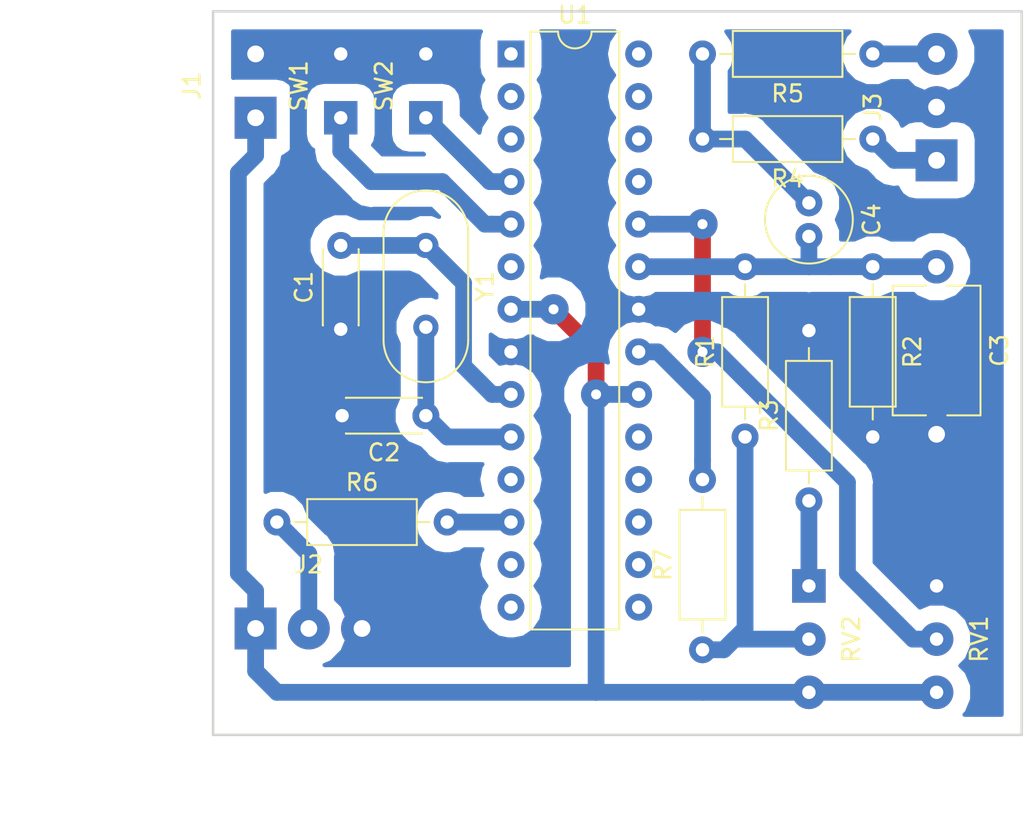
<source format=kicad_pcb>
(kicad_pcb (version 20171130) (host pcbnew 5.0.2-bee76a0~70~ubuntu16.04.1)

  (general
    (thickness 1.6)
    (drawings 6)
    (tracks 109)
    (zones 0)
    (modules 20)
    (nets 33)
  )

  (page A4)
  (layers
    (0 F.Cu signal)
    (31 B.Cu signal)
    (32 B.Adhes user)
    (33 F.Adhes user)
    (34 B.Paste user)
    (35 F.Paste user)
    (36 B.SilkS user)
    (37 F.SilkS user)
    (38 B.Mask user)
    (39 F.Mask user)
    (40 Dwgs.User user)
    (41 Cmts.User user)
    (42 Eco1.User user)
    (43 Eco2.User user)
    (44 Edge.Cuts user)
    (45 Margin user)
    (46 B.CrtYd user)
    (47 F.CrtYd user)
    (48 B.Fab user)
    (49 F.Fab user)
  )

  (setup
    (last_trace_width 1)
    (trace_clearance 1)
    (zone_clearance 1)
    (zone_45_only no)
    (trace_min 0.2)
    (segment_width 0.2)
    (edge_width 0.15)
    (via_size 0.8)
    (via_drill 0.4)
    (via_min_size 0.4)
    (via_min_drill 0.3)
    (uvia_size 0.3)
    (uvia_drill 0.1)
    (uvias_allowed no)
    (uvia_min_size 0.2)
    (uvia_min_drill 0.1)
    (pcb_text_width 0.3)
    (pcb_text_size 1.5 1.5)
    (mod_edge_width 0.15)
    (mod_text_size 1 1)
    (mod_text_width 0.15)
    (pad_size 1.524 1.524)
    (pad_drill 0.762)
    (pad_to_mask_clearance 0.051)
    (solder_mask_min_width 0.25)
    (aux_axis_origin 0 0)
    (visible_elements FFFFFF7F)
    (pcbplotparams
      (layerselection 0x010fc_ffffffff)
      (usegerberextensions false)
      (usegerberattributes false)
      (usegerberadvancedattributes false)
      (creategerberjobfile false)
      (excludeedgelayer true)
      (linewidth 0.100000)
      (plotframeref false)
      (viasonmask false)
      (mode 1)
      (useauxorigin false)
      (hpglpennumber 1)
      (hpglpenspeed 20)
      (hpglpendiameter 15.000000)
      (psnegative false)
      (psa4output false)
      (plotreference true)
      (plotvalue true)
      (plotinvisibletext false)
      (padsonsilk false)
      (subtractmaskfromsilk false)
      (outputformat 1)
      (mirror false)
      (drillshape 1)
      (scaleselection 1)
      (outputdirectory ""))
  )

  (net 0 "")
  (net 1 "Net-(U1-Pad1)")
  (net 2 "Net-(U1-Pad15)")
  (net 3 "Net-(U1-Pad2)")
  (net 4 "Net-(U1-Pad16)")
  (net 5 "Net-(U1-Pad3)")
  (net 6 "Net-(U1-Pad17)")
  (net 7 "Net-(SW2-Pad1)")
  (net 8 "Net-(U1-Pad18)")
  (net 9 "Net-(SW1-Pad1)")
  (net 10 "Net-(U1-Pad19)")
  (net 11 "Net-(U1-Pad6)")
  (net 12 "Net-(J1-Pad1)")
  (net 13 "Net-(C1-Pad1)")
  (net 14 "Net-(C1-Pad2)")
  (net 15 "Net-(C3-Pad1)")
  (net 16 "Net-(C2-Pad1)")
  (net 17 "Net-(RV1-Pad2)")
  (net 18 "Net-(U1-Pad11)")
  (net 19 "Net-(U1-Pad25)")
  (net 20 "Net-(J2-Pad2)")
  (net 21 "Net-(U1-Pad26)")
  (net 22 "Net-(U1-Pad13)")
  (net 23 "Net-(U1-Pad27)")
  (net 24 "Net-(U1-Pad14)")
  (net 25 "Net-(U1-Pad28)")
  (net 26 "Net-(C4-Pad1)")
  (net 27 "Net-(J3-Pad3)")
  (net 28 "Net-(J3-Pad1)")
  (net 29 "Net-(R1-Pad1)")
  (net 30 "Net-(R3-Pad1)")
  (net 31 "Net-(R6-Pad2)")
  (net 32 "Net-(R7-Pad2)")

  (net_class Default "This is the default net class."
    (clearance 1)
    (trace_width 1)
    (via_dia 0.8)
    (via_drill 0.4)
    (uvia_dia 0.3)
    (uvia_drill 0.1)
    (add_net "Net-(C1-Pad1)")
    (add_net "Net-(C1-Pad2)")
    (add_net "Net-(C2-Pad1)")
    (add_net "Net-(C3-Pad1)")
    (add_net "Net-(C4-Pad1)")
    (add_net "Net-(J1-Pad1)")
    (add_net "Net-(J2-Pad2)")
    (add_net "Net-(J3-Pad1)")
    (add_net "Net-(J3-Pad3)")
    (add_net "Net-(R1-Pad1)")
    (add_net "Net-(R3-Pad1)")
    (add_net "Net-(R6-Pad2)")
    (add_net "Net-(R7-Pad2)")
    (add_net "Net-(RV1-Pad2)")
    (add_net "Net-(SW1-Pad1)")
    (add_net "Net-(SW2-Pad1)")
    (add_net "Net-(U1-Pad1)")
    (add_net "Net-(U1-Pad11)")
    (add_net "Net-(U1-Pad13)")
    (add_net "Net-(U1-Pad14)")
    (add_net "Net-(U1-Pad15)")
    (add_net "Net-(U1-Pad16)")
    (add_net "Net-(U1-Pad17)")
    (add_net "Net-(U1-Pad18)")
    (add_net "Net-(U1-Pad19)")
    (add_net "Net-(U1-Pad2)")
    (add_net "Net-(U1-Pad25)")
    (add_net "Net-(U1-Pad26)")
    (add_net "Net-(U1-Pad27)")
    (add_net "Net-(U1-Pad28)")
    (add_net "Net-(U1-Pad3)")
    (add_net "Net-(U1-Pad6)")
  )

  (module Resistor_THT:R_Axial_DIN0207_L6.3mm_D2.5mm_P10.16mm_Horizontal (layer F.Cu) (tedit 5AE5139B) (tstamp 5C23391A)
    (at 77.47 68.58 90)
    (descr "Resistor, Axial_DIN0207 series, Axial, Horizontal, pin pitch=10.16mm, 0.25W = 1/4W, length*diameter=6.3*2.5mm^2, http://cdn-reichelt.de/documents/datenblatt/B400/1_4W%23YAG.pdf")
    (tags "Resistor Axial_DIN0207 series Axial Horizontal pin pitch 10.16mm 0.25W = 1/4W length 6.3mm diameter 2.5mm")
    (path /5C16A2B9)
    (fp_text reference R7 (at 5.08 -2.37 90) (layer F.SilkS)
      (effects (font (size 1 1) (thickness 0.15)))
    )
    (fp_text value 2k (at 5.08 2.37 90) (layer F.Fab)
      (effects (font (size 1 1) (thickness 0.15)))
    )
    (fp_line (start 1.93 -1.25) (end 1.93 1.25) (layer F.Fab) (width 0.1))
    (fp_line (start 1.93 1.25) (end 8.23 1.25) (layer F.Fab) (width 0.1))
    (fp_line (start 8.23 1.25) (end 8.23 -1.25) (layer F.Fab) (width 0.1))
    (fp_line (start 8.23 -1.25) (end 1.93 -1.25) (layer F.Fab) (width 0.1))
    (fp_line (start 0 0) (end 1.93 0) (layer F.Fab) (width 0.1))
    (fp_line (start 10.16 0) (end 8.23 0) (layer F.Fab) (width 0.1))
    (fp_line (start 1.81 -1.37) (end 1.81 1.37) (layer F.SilkS) (width 0.12))
    (fp_line (start 1.81 1.37) (end 8.35 1.37) (layer F.SilkS) (width 0.12))
    (fp_line (start 8.35 1.37) (end 8.35 -1.37) (layer F.SilkS) (width 0.12))
    (fp_line (start 8.35 -1.37) (end 1.81 -1.37) (layer F.SilkS) (width 0.12))
    (fp_line (start 1.04 0) (end 1.81 0) (layer F.SilkS) (width 0.12))
    (fp_line (start 9.12 0) (end 8.35 0) (layer F.SilkS) (width 0.12))
    (fp_line (start -1.05 -1.5) (end -1.05 1.5) (layer F.CrtYd) (width 0.05))
    (fp_line (start -1.05 1.5) (end 11.21 1.5) (layer F.CrtYd) (width 0.05))
    (fp_line (start 11.21 1.5) (end 11.21 -1.5) (layer F.CrtYd) (width 0.05))
    (fp_line (start 11.21 -1.5) (end -1.05 -1.5) (layer F.CrtYd) (width 0.05))
    (fp_text user %R (at 5.08 0 90) (layer F.Fab)
      (effects (font (size 1 1) (thickness 0.15)))
    )
    (pad 1 thru_hole circle (at 0 0 90) (size 1.6 1.6) (drill 0.8) (layers *.Cu *.Mask)
      (net 29 "Net-(R1-Pad1)"))
    (pad 2 thru_hole oval (at 10.16 0 90) (size 1.6 1.6) (drill 0.8) (layers *.Cu *.Mask)
      (net 32 "Net-(R7-Pad2)"))
    (model ${KISYS3DMOD}/Resistor_THT.3dshapes/R_Axial_DIN0207_L6.3mm_D2.5mm_P10.16mm_Horizontal.wrl
      (at (xyz 0 0 0))
      (scale (xyz 1 1 1))
      (rotate (xyz 0 0 0))
    )
  )

  (module Capacitor_THT:C_Disc_D7.5mm_W5.0mm_P10.00mm (layer F.Cu) (tedit 5AE50EF0) (tstamp 5C22922A)
    (at 91.44 45.72 270)
    (descr "C, Disc series, Radial, pin pitch=10.00mm, , diameter*width=7.5*5.0mm^2, Capacitor, http://www.vishay.com/docs/28535/vy2series.pdf")
    (tags "C Disc series Radial pin pitch 10.00mm  diameter 7.5mm width 5.0mm Capacitor")
    (path /5C142A1B)
    (fp_text reference C3 (at 5 -3.75 270) (layer F.SilkS)
      (effects (font (size 1 1) (thickness 0.15)))
    )
    (fp_text value 0,1uF (at 5 3.75 270) (layer F.Fab)
      (effects (font (size 1 1) (thickness 0.15)))
    )
    (fp_line (start 1.25 -2.5) (end 1.25 2.5) (layer F.Fab) (width 0.1))
    (fp_line (start 1.25 2.5) (end 8.75 2.5) (layer F.Fab) (width 0.1))
    (fp_line (start 8.75 2.5) (end 8.75 -2.5) (layer F.Fab) (width 0.1))
    (fp_line (start 8.75 -2.5) (end 1.25 -2.5) (layer F.Fab) (width 0.1))
    (fp_line (start 1.13 -2.62) (end 8.87 -2.62) (layer F.SilkS) (width 0.12))
    (fp_line (start 1.13 2.62) (end 8.87 2.62) (layer F.SilkS) (width 0.12))
    (fp_line (start 1.13 -2.62) (end 1.13 -0.636) (layer F.SilkS) (width 0.12))
    (fp_line (start 1.13 0.636) (end 1.13 2.62) (layer F.SilkS) (width 0.12))
    (fp_line (start 8.87 -2.62) (end 8.87 -0.636) (layer F.SilkS) (width 0.12))
    (fp_line (start 8.87 0.636) (end 8.87 2.62) (layer F.SilkS) (width 0.12))
    (fp_line (start -1.25 -2.75) (end -1.25 2.75) (layer F.CrtYd) (width 0.05))
    (fp_line (start -1.25 2.75) (end 11.25 2.75) (layer F.CrtYd) (width 0.05))
    (fp_line (start 11.25 2.75) (end 11.25 -2.75) (layer F.CrtYd) (width 0.05))
    (fp_line (start 11.25 -2.75) (end -1.25 -2.75) (layer F.CrtYd) (width 0.05))
    (fp_text user %R (at 5 0 270) (layer F.Fab)
      (effects (font (size 1 1) (thickness 0.15)))
    )
    (pad 1 thru_hole circle (at 0 0 270) (size 2 2) (drill 1) (layers *.Cu *.Mask)
      (net 15 "Net-(C3-Pad1)"))
    (pad 2 thru_hole circle (at 10 0 270) (size 2 2) (drill 1) (layers *.Cu *.Mask)
      (net 13 "Net-(C1-Pad1)"))
    (model ${KISYS3DMOD}/Capacitor_THT.3dshapes/C_Disc_D7.5mm_W5.0mm_P10.00mm.wrl
      (at (xyz 0 0 0))
      (scale (xyz 1 1 1))
      (rotate (xyz 0 0 0))
    )
  )

  (module Connector_Wire:SolderWirePad_1x02_P3.81mm_Drill1mm (layer F.Cu) (tedit 5AEE5F04) (tstamp 5C2DDA16)
    (at 50.8 36.83 90)
    (descr "Wire solder connection")
    (tags connector)
    (path /5C15BC04)
    (attr virtual)
    (fp_text reference J1 (at 1.905 -3.81 90) (layer F.SilkS)
      (effects (font (size 1 1) (thickness 0.15)))
    )
    (fp_text value 5V (at 1.905 3.81 90) (layer F.Fab)
      (effects (font (size 1 1) (thickness 0.15)))
    )
    (fp_text user %R (at 1.905 0 90) (layer F.Fab)
      (effects (font (size 1 1) (thickness 0.15)))
    )
    (fp_line (start -1.74 -1.75) (end 5.56 -1.75) (layer F.CrtYd) (width 0.05))
    (fp_line (start -1.74 -1.75) (end -1.74 1.75) (layer F.CrtYd) (width 0.05))
    (fp_line (start 5.56 1.75) (end 5.56 -1.75) (layer F.CrtYd) (width 0.05))
    (fp_line (start 5.56 1.75) (end -1.74 1.75) (layer F.CrtYd) (width 0.05))
    (pad 1 thru_hole rect (at 0 0 90) (size 2.49936 2.49936) (drill 1.00076) (layers *.Cu *.Mask)
      (net 12 "Net-(J1-Pad1)"))
    (pad 2 thru_hole circle (at 3.81 0 90) (size 2.49936 2.49936) (drill 1.00076) (layers *.Cu *.Mask)
      (net 13 "Net-(C1-Pad1)"))
  )

  (module Connector_Wire:SolderWirePad_1x03_P3.175mm_Drill1mm (layer F.Cu) (tedit 5AEE5F67) (tstamp 5C2DD8DC)
    (at 50.8 67.31)
    (descr "Wire solder connection")
    (tags connector)
    (path /5C15848B)
    (attr virtual)
    (fp_text reference J2 (at 3.175 -3.81) (layer F.SilkS)
      (effects (font (size 1 1) (thickness 0.15)))
    )
    (fp_text value WS2812 (at 3.175 3.175) (layer F.Fab)
      (effects (font (size 1 1) (thickness 0.15)))
    )
    (fp_text user %R (at 3.175 0) (layer F.Fab)
      (effects (font (size 1 1) (thickness 0.15)))
    )
    (fp_line (start -1.74 -1.75) (end 8.1 -1.75) (layer F.CrtYd) (width 0.05))
    (fp_line (start -1.74 -1.75) (end -1.74 1.75) (layer F.CrtYd) (width 0.05))
    (fp_line (start 8.1 1.75) (end 8.1 -1.75) (layer F.CrtYd) (width 0.05))
    (fp_line (start 8.1 1.75) (end -1.74 1.75) (layer F.CrtYd) (width 0.05))
    (pad 1 thru_hole rect (at 0 0) (size 2.49936 2.49936) (drill 1.00076) (layers *.Cu *.Mask)
      (net 12 "Net-(J1-Pad1)"))
    (pad 2 thru_hole circle (at 3.175 0) (size 2.49936 2.49936) (drill 1.00076) (layers *.Cu *.Mask)
      (net 20 "Net-(J2-Pad2)"))
    (pad 3 thru_hole circle (at 6.35 0) (size 2.49936 2.49936) (drill 1.00076) (layers *.Cu *.Mask)
      (net 13 "Net-(C1-Pad1)"))
  )

  (module Resistor_THT:R_Axial_DIN0207_L6.3mm_D2.5mm_P10.16mm_Horizontal (layer F.Cu) (tedit 5AE5139B) (tstamp 5C2DD067)
    (at 52.07 60.96)
    (descr "Resistor, Axial_DIN0207 series, Axial, Horizontal, pin pitch=10.16mm, 0.25W = 1/4W, length*diameter=6.3*2.5mm^2, http://cdn-reichelt.de/documents/datenblatt/B400/1_4W%23YAG.pdf")
    (tags "Resistor Axial_DIN0207 series Axial Horizontal pin pitch 10.16mm 0.25W = 1/4W length 6.3mm diameter 2.5mm")
    (path /5C14FEE7)
    (fp_text reference R6 (at 5.08 -2.37) (layer F.SilkS)
      (effects (font (size 1 1) (thickness 0.15)))
    )
    (fp_text value 220 (at 5.08 2.37) (layer F.Fab)
      (effects (font (size 1 1) (thickness 0.15)))
    )
    (fp_text user %R (at 5.08 0) (layer F.Fab)
      (effects (font (size 1 1) (thickness 0.15)))
    )
    (fp_line (start 11.21 -1.5) (end -1.05 -1.5) (layer F.CrtYd) (width 0.05))
    (fp_line (start 11.21 1.5) (end 11.21 -1.5) (layer F.CrtYd) (width 0.05))
    (fp_line (start -1.05 1.5) (end 11.21 1.5) (layer F.CrtYd) (width 0.05))
    (fp_line (start -1.05 -1.5) (end -1.05 1.5) (layer F.CrtYd) (width 0.05))
    (fp_line (start 9.12 0) (end 8.35 0) (layer F.SilkS) (width 0.12))
    (fp_line (start 1.04 0) (end 1.81 0) (layer F.SilkS) (width 0.12))
    (fp_line (start 8.35 -1.37) (end 1.81 -1.37) (layer F.SilkS) (width 0.12))
    (fp_line (start 8.35 1.37) (end 8.35 -1.37) (layer F.SilkS) (width 0.12))
    (fp_line (start 1.81 1.37) (end 8.35 1.37) (layer F.SilkS) (width 0.12))
    (fp_line (start 1.81 -1.37) (end 1.81 1.37) (layer F.SilkS) (width 0.12))
    (fp_line (start 10.16 0) (end 8.23 0) (layer F.Fab) (width 0.1))
    (fp_line (start 0 0) (end 1.93 0) (layer F.Fab) (width 0.1))
    (fp_line (start 8.23 -1.25) (end 1.93 -1.25) (layer F.Fab) (width 0.1))
    (fp_line (start 8.23 1.25) (end 8.23 -1.25) (layer F.Fab) (width 0.1))
    (fp_line (start 1.93 1.25) (end 8.23 1.25) (layer F.Fab) (width 0.1))
    (fp_line (start 1.93 -1.25) (end 1.93 1.25) (layer F.Fab) (width 0.1))
    (pad 2 thru_hole oval (at 10.16 0) (size 1.6 1.6) (drill 0.8) (layers *.Cu *.Mask)
      (net 31 "Net-(R6-Pad2)"))
    (pad 1 thru_hole circle (at 0 0) (size 1.6 1.6) (drill 0.8) (layers *.Cu *.Mask)
      (net 20 "Net-(J2-Pad2)"))
    (model ${KISYS3DMOD}/Resistor_THT.3dshapes/R_Axial_DIN0207_L6.3mm_D2.5mm_P10.16mm_Horizontal.wrl
      (at (xyz 0 0 0))
      (scale (xyz 1 1 1))
      (rotate (xyz 0 0 0))
    )
  )

  (module Resistor_THT:R_Axial_DIN0207_L6.3mm_D2.5mm_P10.16mm_Horizontal (layer F.Cu) (tedit 5AE5139B) (tstamp 5C2DD051)
    (at 80.01 55.88 90)
    (descr "Resistor, Axial_DIN0207 series, Axial, Horizontal, pin pitch=10.16mm, 0.25W = 1/4W, length*diameter=6.3*2.5mm^2, http://cdn-reichelt.de/documents/datenblatt/B400/1_4W%23YAG.pdf")
    (tags "Resistor Axial_DIN0207 series Axial Horizontal pin pitch 10.16mm 0.25W = 1/4W length 6.3mm diameter 2.5mm")
    (path /5C142CB7)
    (fp_text reference R1 (at 5.08 -2.37 90) (layer F.SilkS)
      (effects (font (size 1 1) (thickness 0.15)))
    )
    (fp_text value 100k (at 5.08 2.37 90) (layer F.Fab)
      (effects (font (size 1 1) (thickness 0.15)))
    )
    (fp_line (start 1.93 -1.25) (end 1.93 1.25) (layer F.Fab) (width 0.1))
    (fp_line (start 1.93 1.25) (end 8.23 1.25) (layer F.Fab) (width 0.1))
    (fp_line (start 8.23 1.25) (end 8.23 -1.25) (layer F.Fab) (width 0.1))
    (fp_line (start 8.23 -1.25) (end 1.93 -1.25) (layer F.Fab) (width 0.1))
    (fp_line (start 0 0) (end 1.93 0) (layer F.Fab) (width 0.1))
    (fp_line (start 10.16 0) (end 8.23 0) (layer F.Fab) (width 0.1))
    (fp_line (start 1.81 -1.37) (end 1.81 1.37) (layer F.SilkS) (width 0.12))
    (fp_line (start 1.81 1.37) (end 8.35 1.37) (layer F.SilkS) (width 0.12))
    (fp_line (start 8.35 1.37) (end 8.35 -1.37) (layer F.SilkS) (width 0.12))
    (fp_line (start 8.35 -1.37) (end 1.81 -1.37) (layer F.SilkS) (width 0.12))
    (fp_line (start 1.04 0) (end 1.81 0) (layer F.SilkS) (width 0.12))
    (fp_line (start 9.12 0) (end 8.35 0) (layer F.SilkS) (width 0.12))
    (fp_line (start -1.05 -1.5) (end -1.05 1.5) (layer F.CrtYd) (width 0.05))
    (fp_line (start -1.05 1.5) (end 11.21 1.5) (layer F.CrtYd) (width 0.05))
    (fp_line (start 11.21 1.5) (end 11.21 -1.5) (layer F.CrtYd) (width 0.05))
    (fp_line (start 11.21 -1.5) (end -1.05 -1.5) (layer F.CrtYd) (width 0.05))
    (fp_text user %R (at 5.08 0 90) (layer F.Fab)
      (effects (font (size 1 1) (thickness 0.15)))
    )
    (pad 1 thru_hole circle (at 0 0 90) (size 1.6 1.6) (drill 0.8) (layers *.Cu *.Mask)
      (net 29 "Net-(R1-Pad1)"))
    (pad 2 thru_hole oval (at 10.16 0 90) (size 1.6 1.6) (drill 0.8) (layers *.Cu *.Mask)
      (net 15 "Net-(C3-Pad1)"))
    (model ${KISYS3DMOD}/Resistor_THT.3dshapes/R_Axial_DIN0207_L6.3mm_D2.5mm_P10.16mm_Horizontal.wrl
      (at (xyz 0 0 0))
      (scale (xyz 1 1 1))
      (rotate (xyz 0 0 0))
    )
  )

  (module Resistor_THT:R_Axial_DIN0207_L6.3mm_D2.5mm_P10.16mm_Horizontal (layer F.Cu) (tedit 5AE5139B) (tstamp 5C2DD03B)
    (at 87.63 45.72 270)
    (descr "Resistor, Axial_DIN0207 series, Axial, Horizontal, pin pitch=10.16mm, 0.25W = 1/4W, length*diameter=6.3*2.5mm^2, http://cdn-reichelt.de/documents/datenblatt/B400/1_4W%23YAG.pdf")
    (tags "Resistor Axial_DIN0207 series Axial Horizontal pin pitch 10.16mm 0.25W = 1/4W length 6.3mm diameter 2.5mm")
    (path /5C142B81)
    (fp_text reference R2 (at 5.08 -2.37 270) (layer F.SilkS)
      (effects (font (size 1 1) (thickness 0.15)))
    )
    (fp_text value 100k (at 5.08 2.37 270) (layer F.Fab)
      (effects (font (size 1 1) (thickness 0.15)))
    )
    (fp_text user %R (at 5.08 0 270) (layer F.Fab)
      (effects (font (size 1 1) (thickness 0.15)))
    )
    (fp_line (start 11.21 -1.5) (end -1.05 -1.5) (layer F.CrtYd) (width 0.05))
    (fp_line (start 11.21 1.5) (end 11.21 -1.5) (layer F.CrtYd) (width 0.05))
    (fp_line (start -1.05 1.5) (end 11.21 1.5) (layer F.CrtYd) (width 0.05))
    (fp_line (start -1.05 -1.5) (end -1.05 1.5) (layer F.CrtYd) (width 0.05))
    (fp_line (start 9.12 0) (end 8.35 0) (layer F.SilkS) (width 0.12))
    (fp_line (start 1.04 0) (end 1.81 0) (layer F.SilkS) (width 0.12))
    (fp_line (start 8.35 -1.37) (end 1.81 -1.37) (layer F.SilkS) (width 0.12))
    (fp_line (start 8.35 1.37) (end 8.35 -1.37) (layer F.SilkS) (width 0.12))
    (fp_line (start 1.81 1.37) (end 8.35 1.37) (layer F.SilkS) (width 0.12))
    (fp_line (start 1.81 -1.37) (end 1.81 1.37) (layer F.SilkS) (width 0.12))
    (fp_line (start 10.16 0) (end 8.23 0) (layer F.Fab) (width 0.1))
    (fp_line (start 0 0) (end 1.93 0) (layer F.Fab) (width 0.1))
    (fp_line (start 8.23 -1.25) (end 1.93 -1.25) (layer F.Fab) (width 0.1))
    (fp_line (start 8.23 1.25) (end 8.23 -1.25) (layer F.Fab) (width 0.1))
    (fp_line (start 1.93 1.25) (end 8.23 1.25) (layer F.Fab) (width 0.1))
    (fp_line (start 1.93 -1.25) (end 1.93 1.25) (layer F.Fab) (width 0.1))
    (pad 2 thru_hole oval (at 10.16 0 270) (size 1.6 1.6) (drill 0.8) (layers *.Cu *.Mask)
      (net 13 "Net-(C1-Pad1)"))
    (pad 1 thru_hole circle (at 0 0 270) (size 1.6 1.6) (drill 0.8) (layers *.Cu *.Mask)
      (net 15 "Net-(C3-Pad1)"))
    (model ${KISYS3DMOD}/Resistor_THT.3dshapes/R_Axial_DIN0207_L6.3mm_D2.5mm_P10.16mm_Horizontal.wrl
      (at (xyz 0 0 0))
      (scale (xyz 1 1 1))
      (rotate (xyz 0 0 0))
    )
  )

  (module Resistor_THT:R_Axial_DIN0207_L6.3mm_D2.5mm_P10.16mm_Horizontal (layer F.Cu) (tedit 5AE5139B) (tstamp 5C2DD025)
    (at 83.82 59.69 90)
    (descr "Resistor, Axial_DIN0207 series, Axial, Horizontal, pin pitch=10.16mm, 0.25W = 1/4W, length*diameter=6.3*2.5mm^2, http://cdn-reichelt.de/documents/datenblatt/B400/1_4W%23YAG.pdf")
    (tags "Resistor Axial_DIN0207 series Axial Horizontal pin pitch 10.16mm 0.25W = 1/4W length 6.3mm diameter 2.5mm")
    (path /5C149033)
    (fp_text reference R3 (at 5.08 -2.37 90) (layer F.SilkS)
      (effects (font (size 1 1) (thickness 0.15)))
    )
    (fp_text value 2k (at 5.08 2.37 90) (layer F.Fab)
      (effects (font (size 1 1) (thickness 0.15)))
    )
    (fp_line (start 1.93 -1.25) (end 1.93 1.25) (layer F.Fab) (width 0.1))
    (fp_line (start 1.93 1.25) (end 8.23 1.25) (layer F.Fab) (width 0.1))
    (fp_line (start 8.23 1.25) (end 8.23 -1.25) (layer F.Fab) (width 0.1))
    (fp_line (start 8.23 -1.25) (end 1.93 -1.25) (layer F.Fab) (width 0.1))
    (fp_line (start 0 0) (end 1.93 0) (layer F.Fab) (width 0.1))
    (fp_line (start 10.16 0) (end 8.23 0) (layer F.Fab) (width 0.1))
    (fp_line (start 1.81 -1.37) (end 1.81 1.37) (layer F.SilkS) (width 0.12))
    (fp_line (start 1.81 1.37) (end 8.35 1.37) (layer F.SilkS) (width 0.12))
    (fp_line (start 8.35 1.37) (end 8.35 -1.37) (layer F.SilkS) (width 0.12))
    (fp_line (start 8.35 -1.37) (end 1.81 -1.37) (layer F.SilkS) (width 0.12))
    (fp_line (start 1.04 0) (end 1.81 0) (layer F.SilkS) (width 0.12))
    (fp_line (start 9.12 0) (end 8.35 0) (layer F.SilkS) (width 0.12))
    (fp_line (start -1.05 -1.5) (end -1.05 1.5) (layer F.CrtYd) (width 0.05))
    (fp_line (start -1.05 1.5) (end 11.21 1.5) (layer F.CrtYd) (width 0.05))
    (fp_line (start 11.21 1.5) (end 11.21 -1.5) (layer F.CrtYd) (width 0.05))
    (fp_line (start 11.21 -1.5) (end -1.05 -1.5) (layer F.CrtYd) (width 0.05))
    (fp_text user %R (at 5.08 0 90) (layer F.Fab)
      (effects (font (size 1 1) (thickness 0.15)))
    )
    (pad 1 thru_hole circle (at 0 0 90) (size 1.6 1.6) (drill 0.8) (layers *.Cu *.Mask)
      (net 30 "Net-(R3-Pad1)"))
    (pad 2 thru_hole oval (at 10.16 0 90) (size 1.6 1.6) (drill 0.8) (layers *.Cu *.Mask)
      (net 13 "Net-(C1-Pad1)"))
    (model ${KISYS3DMOD}/Resistor_THT.3dshapes/R_Axial_DIN0207_L6.3mm_D2.5mm_P10.16mm_Horizontal.wrl
      (at (xyz 0 0 0))
      (scale (xyz 1 1 1))
      (rotate (xyz 0 0 0))
    )
  )

  (module Resistor_THT:R_Axial_DIN0207_L6.3mm_D2.5mm_P10.16mm_Horizontal (layer F.Cu) (tedit 5AE5139B) (tstamp 5C2DD00F)
    (at 87.63 38.1 180)
    (descr "Resistor, Axial_DIN0207 series, Axial, Horizontal, pin pitch=10.16mm, 0.25W = 1/4W, length*diameter=6.3*2.5mm^2, http://cdn-reichelt.de/documents/datenblatt/B400/1_4W%23YAG.pdf")
    (tags "Resistor Axial_DIN0207 series Axial Horizontal pin pitch 10.16mm 0.25W = 1/4W length 6.3mm diameter 2.5mm")
    (path /5C14B333)
    (fp_text reference R4 (at 5.08 -2.37 180) (layer F.SilkS)
      (effects (font (size 1 1) (thickness 0.15)))
    )
    (fp_text value 2k (at 5.08 2.37 180) (layer F.Fab)
      (effects (font (size 1 1) (thickness 0.15)))
    )
    (fp_text user %R (at 5.08 0 180) (layer F.Fab)
      (effects (font (size 1 1) (thickness 0.15)))
    )
    (fp_line (start 11.21 -1.5) (end -1.05 -1.5) (layer F.CrtYd) (width 0.05))
    (fp_line (start 11.21 1.5) (end 11.21 -1.5) (layer F.CrtYd) (width 0.05))
    (fp_line (start -1.05 1.5) (end 11.21 1.5) (layer F.CrtYd) (width 0.05))
    (fp_line (start -1.05 -1.5) (end -1.05 1.5) (layer F.CrtYd) (width 0.05))
    (fp_line (start 9.12 0) (end 8.35 0) (layer F.SilkS) (width 0.12))
    (fp_line (start 1.04 0) (end 1.81 0) (layer F.SilkS) (width 0.12))
    (fp_line (start 8.35 -1.37) (end 1.81 -1.37) (layer F.SilkS) (width 0.12))
    (fp_line (start 8.35 1.37) (end 8.35 -1.37) (layer F.SilkS) (width 0.12))
    (fp_line (start 1.81 1.37) (end 8.35 1.37) (layer F.SilkS) (width 0.12))
    (fp_line (start 1.81 -1.37) (end 1.81 1.37) (layer F.SilkS) (width 0.12))
    (fp_line (start 10.16 0) (end 8.23 0) (layer F.Fab) (width 0.1))
    (fp_line (start 0 0) (end 1.93 0) (layer F.Fab) (width 0.1))
    (fp_line (start 8.23 -1.25) (end 1.93 -1.25) (layer F.Fab) (width 0.1))
    (fp_line (start 8.23 1.25) (end 8.23 -1.25) (layer F.Fab) (width 0.1))
    (fp_line (start 1.93 1.25) (end 8.23 1.25) (layer F.Fab) (width 0.1))
    (fp_line (start 1.93 -1.25) (end 1.93 1.25) (layer F.Fab) (width 0.1))
    (pad 2 thru_hole oval (at 10.16 0 180) (size 1.6 1.6) (drill 0.8) (layers *.Cu *.Mask)
      (net 26 "Net-(C4-Pad1)"))
    (pad 1 thru_hole circle (at 0 0 180) (size 1.6 1.6) (drill 0.8) (layers *.Cu *.Mask)
      (net 28 "Net-(J3-Pad1)"))
    (model ${KISYS3DMOD}/Resistor_THT.3dshapes/R_Axial_DIN0207_L6.3mm_D2.5mm_P10.16mm_Horizontal.wrl
      (at (xyz 0 0 0))
      (scale (xyz 1 1 1))
      (rotate (xyz 0 0 0))
    )
  )

  (module Resistor_THT:R_Axial_DIN0207_L6.3mm_D2.5mm_P10.16mm_Horizontal (layer F.Cu) (tedit 5AE5139B) (tstamp 5C2DCFF9)
    (at 87.63 33.02 180)
    (descr "Resistor, Axial_DIN0207 series, Axial, Horizontal, pin pitch=10.16mm, 0.25W = 1/4W, length*diameter=6.3*2.5mm^2, http://cdn-reichelt.de/documents/datenblatt/B400/1_4W%23YAG.pdf")
    (tags "Resistor Axial_DIN0207 series Axial Horizontal pin pitch 10.16mm 0.25W = 1/4W length 6.3mm diameter 2.5mm")
    (path /5C14B3B7)
    (fp_text reference R5 (at 5.08 -2.37 180) (layer F.SilkS)
      (effects (font (size 1 1) (thickness 0.15)))
    )
    (fp_text value 2k (at 5.08 2.37 180) (layer F.Fab)
      (effects (font (size 1 1) (thickness 0.15)))
    )
    (fp_line (start 1.93 -1.25) (end 1.93 1.25) (layer F.Fab) (width 0.1))
    (fp_line (start 1.93 1.25) (end 8.23 1.25) (layer F.Fab) (width 0.1))
    (fp_line (start 8.23 1.25) (end 8.23 -1.25) (layer F.Fab) (width 0.1))
    (fp_line (start 8.23 -1.25) (end 1.93 -1.25) (layer F.Fab) (width 0.1))
    (fp_line (start 0 0) (end 1.93 0) (layer F.Fab) (width 0.1))
    (fp_line (start 10.16 0) (end 8.23 0) (layer F.Fab) (width 0.1))
    (fp_line (start 1.81 -1.37) (end 1.81 1.37) (layer F.SilkS) (width 0.12))
    (fp_line (start 1.81 1.37) (end 8.35 1.37) (layer F.SilkS) (width 0.12))
    (fp_line (start 8.35 1.37) (end 8.35 -1.37) (layer F.SilkS) (width 0.12))
    (fp_line (start 8.35 -1.37) (end 1.81 -1.37) (layer F.SilkS) (width 0.12))
    (fp_line (start 1.04 0) (end 1.81 0) (layer F.SilkS) (width 0.12))
    (fp_line (start 9.12 0) (end 8.35 0) (layer F.SilkS) (width 0.12))
    (fp_line (start -1.05 -1.5) (end -1.05 1.5) (layer F.CrtYd) (width 0.05))
    (fp_line (start -1.05 1.5) (end 11.21 1.5) (layer F.CrtYd) (width 0.05))
    (fp_line (start 11.21 1.5) (end 11.21 -1.5) (layer F.CrtYd) (width 0.05))
    (fp_line (start 11.21 -1.5) (end -1.05 -1.5) (layer F.CrtYd) (width 0.05))
    (fp_text user %R (at 5.08 0 180) (layer F.Fab)
      (effects (font (size 1 1) (thickness 0.15)))
    )
    (pad 1 thru_hole circle (at 0 0 180) (size 1.6 1.6) (drill 0.8) (layers *.Cu *.Mask)
      (net 27 "Net-(J3-Pad3)"))
    (pad 2 thru_hole oval (at 10.16 0 180) (size 1.6 1.6) (drill 0.8) (layers *.Cu *.Mask)
      (net 26 "Net-(C4-Pad1)"))
    (model ${KISYS3DMOD}/Resistor_THT.3dshapes/R_Axial_DIN0207_L6.3mm_D2.5mm_P10.16mm_Horizontal.wrl
      (at (xyz 0 0 0))
      (scale (xyz 1 1 1))
      (rotate (xyz 0 0 0))
    )
  )

  (module Connector_Wire:SolderWirePad_1x03_P3.175mm_Drill1mm (layer F.Cu) (tedit 5AEE5F67) (tstamp 5C2DC715)
    (at 91.44 39.37 90)
    (descr "Wire solder connection")
    (tags connector)
    (path /5C1557B8)
    (attr virtual)
    (fp_text reference J3 (at 3.175 -3.81 90) (layer F.SilkS)
      (effects (font (size 1 1) (thickness 0.15)))
    )
    (fp_text value Audio (at 3.175 3.175 90) (layer F.Fab)
      (effects (font (size 1 1) (thickness 0.15)))
    )
    (fp_text user %R (at 3.175 0 90) (layer F.Fab)
      (effects (font (size 1 1) (thickness 0.15)))
    )
    (fp_line (start -1.74 -1.75) (end 8.1 -1.75) (layer F.CrtYd) (width 0.05))
    (fp_line (start -1.74 -1.75) (end -1.74 1.75) (layer F.CrtYd) (width 0.05))
    (fp_line (start 8.1 1.75) (end 8.1 -1.75) (layer F.CrtYd) (width 0.05))
    (fp_line (start 8.1 1.75) (end -1.74 1.75) (layer F.CrtYd) (width 0.05))
    (pad 1 thru_hole rect (at 0 0 90) (size 2.49936 2.49936) (drill 1.00076) (layers *.Cu *.Mask)
      (net 28 "Net-(J3-Pad1)"))
    (pad 2 thru_hole circle (at 3.175 0 90) (size 2.49936 2.49936) (drill 1.00076) (layers *.Cu *.Mask)
      (net 13 "Net-(C1-Pad1)"))
    (pad 3 thru_hole circle (at 6.35 0 90) (size 2.49936 2.49936) (drill 1.00076) (layers *.Cu *.Mask)
      (net 27 "Net-(J3-Pad3)"))
  )

  (module Capacitor_THT:C_Disc_D4.3mm_W1.9mm_P5.00mm (layer F.Cu) (tedit 5AE50EF0) (tstamp 5C2DDA9D)
    (at 55.88 49.45 90)
    (descr "C, Disc series, Radial, pin pitch=5.00mm, , diameter*width=4.3*1.9mm^2, Capacitor, http://www.vishay.com/docs/45233/krseries.pdf")
    (tags "C Disc series Radial pin pitch 5.00mm  diameter 4.3mm width 1.9mm Capacitor")
    (path /5C141453)
    (fp_text reference C1 (at 2.5 -2.2 90) (layer F.SilkS)
      (effects (font (size 1 1) (thickness 0.15)))
    )
    (fp_text value 22pF (at 2.5 2.2 90) (layer F.Fab)
      (effects (font (size 1 1) (thickness 0.15)))
    )
    (fp_text user %R (at 2.5 0 90) (layer F.Fab)
      (effects (font (size 0.86 0.86) (thickness 0.129)))
    )
    (fp_line (start 6.05 -1.2) (end -1.05 -1.2) (layer F.CrtYd) (width 0.05))
    (fp_line (start 6.05 1.2) (end 6.05 -1.2) (layer F.CrtYd) (width 0.05))
    (fp_line (start -1.05 1.2) (end 6.05 1.2) (layer F.CrtYd) (width 0.05))
    (fp_line (start -1.05 -1.2) (end -1.05 1.2) (layer F.CrtYd) (width 0.05))
    (fp_line (start 4.77 1.055) (end 4.77 1.07) (layer F.SilkS) (width 0.12))
    (fp_line (start 4.77 -1.07) (end 4.77 -1.055) (layer F.SilkS) (width 0.12))
    (fp_line (start 0.23 1.055) (end 0.23 1.07) (layer F.SilkS) (width 0.12))
    (fp_line (start 0.23 -1.07) (end 0.23 -1.055) (layer F.SilkS) (width 0.12))
    (fp_line (start 0.23 1.07) (end 4.77 1.07) (layer F.SilkS) (width 0.12))
    (fp_line (start 0.23 -1.07) (end 4.77 -1.07) (layer F.SilkS) (width 0.12))
    (fp_line (start 4.65 -0.95) (end 0.35 -0.95) (layer F.Fab) (width 0.1))
    (fp_line (start 4.65 0.95) (end 4.65 -0.95) (layer F.Fab) (width 0.1))
    (fp_line (start 0.35 0.95) (end 4.65 0.95) (layer F.Fab) (width 0.1))
    (fp_line (start 0.35 -0.95) (end 0.35 0.95) (layer F.Fab) (width 0.1))
    (pad 2 thru_hole circle (at 5 0 90) (size 1.6 1.6) (drill 0.8) (layers *.Cu *.Mask)
      (net 14 "Net-(C1-Pad2)"))
    (pad 1 thru_hole circle (at 0 0 90) (size 1.6 1.6) (drill 0.8) (layers *.Cu *.Mask)
      (net 13 "Net-(C1-Pad1)"))
    (model ${KISYS3DMOD}/Capacitor_THT.3dshapes/C_Disc_D4.3mm_W1.9mm_P5.00mm.wrl
      (at (xyz 0 0 0))
      (scale (xyz 1 1 1))
      (rotate (xyz 0 0 0))
    )
  )

  (module Capacitor_THT:C_Disc_D4.3mm_W1.9mm_P5.00mm (layer F.Cu) (tedit 5AE50EF0) (tstamp 5C2DC96E)
    (at 60.96 54.61 180)
    (descr "C, Disc series, Radial, pin pitch=5.00mm, , diameter*width=4.3*1.9mm^2, Capacitor, http://www.vishay.com/docs/45233/krseries.pdf")
    (tags "C Disc series Radial pin pitch 5.00mm  diameter 4.3mm width 1.9mm Capacitor")
    (path /5C1414B1)
    (fp_text reference C2 (at 2.5 -2.2 180) (layer F.SilkS)
      (effects (font (size 1 1) (thickness 0.15)))
    )
    (fp_text value 22pF (at 2.5 2.2 180) (layer F.Fab)
      (effects (font (size 1 1) (thickness 0.15)))
    )
    (fp_line (start 0.35 -0.95) (end 0.35 0.95) (layer F.Fab) (width 0.1))
    (fp_line (start 0.35 0.95) (end 4.65 0.95) (layer F.Fab) (width 0.1))
    (fp_line (start 4.65 0.95) (end 4.65 -0.95) (layer F.Fab) (width 0.1))
    (fp_line (start 4.65 -0.95) (end 0.35 -0.95) (layer F.Fab) (width 0.1))
    (fp_line (start 0.23 -1.07) (end 4.77 -1.07) (layer F.SilkS) (width 0.12))
    (fp_line (start 0.23 1.07) (end 4.77 1.07) (layer F.SilkS) (width 0.12))
    (fp_line (start 0.23 -1.07) (end 0.23 -1.055) (layer F.SilkS) (width 0.12))
    (fp_line (start 0.23 1.055) (end 0.23 1.07) (layer F.SilkS) (width 0.12))
    (fp_line (start 4.77 -1.07) (end 4.77 -1.055) (layer F.SilkS) (width 0.12))
    (fp_line (start 4.77 1.055) (end 4.77 1.07) (layer F.SilkS) (width 0.12))
    (fp_line (start -1.05 -1.2) (end -1.05 1.2) (layer F.CrtYd) (width 0.05))
    (fp_line (start -1.05 1.2) (end 6.05 1.2) (layer F.CrtYd) (width 0.05))
    (fp_line (start 6.05 1.2) (end 6.05 -1.2) (layer F.CrtYd) (width 0.05))
    (fp_line (start 6.05 -1.2) (end -1.05 -1.2) (layer F.CrtYd) (width 0.05))
    (fp_text user %R (at 2.5 0) (layer F.Fab)
      (effects (font (size 0.86 0.86) (thickness 0.129)))
    )
    (pad 1 thru_hole circle (at 0 0 180) (size 1.6 1.6) (drill 0.8) (layers *.Cu *.Mask)
      (net 16 "Net-(C2-Pad1)"))
    (pad 2 thru_hole circle (at 5 0 180) (size 1.6 1.6) (drill 0.8) (layers *.Cu *.Mask)
      (net 13 "Net-(C1-Pad1)"))
    (model ${KISYS3DMOD}/Capacitor_THT.3dshapes/C_Disc_D4.3mm_W1.9mm_P5.00mm.wrl
      (at (xyz 0 0 0))
      (scale (xyz 1 1 1))
      (rotate (xyz 0 0 0))
    )
  )

  (module Capacitor_THT:C_Radial_D5.0mm_H11.0mm_P2.00mm (layer F.Cu) (tedit 5BC5C9B9) (tstamp 5C21B632)
    (at 83.82 41.91 270)
    (descr "C, Radial series, Radial, pin pitch=2.00mm, diameter=5mm, height=11mm, Non-Polar Electrolytic Capacitor")
    (tags "C Radial series Radial pin pitch 2.00mm diameter 5mm height 11mm Non-Polar Electrolytic Capacitor")
    (path /5C14B2C3)
    (fp_text reference C4 (at 1 -3.75 270) (layer F.SilkS)
      (effects (font (size 1 1) (thickness 0.15)))
    )
    (fp_text value 10uF (at 1 3.75 270) (layer F.Fab)
      (effects (font (size 1 1) (thickness 0.15)))
    )
    (fp_circle (center 1 0) (end 3.5 0) (layer F.Fab) (width 0.1))
    (fp_circle (center 1 0) (end 3.62 0) (layer F.SilkS) (width 0.12))
    (fp_circle (center 1 0) (end 3.75 0) (layer F.CrtYd) (width 0.05))
    (fp_text user %R (at 1 0 270) (layer F.Fab)
      (effects (font (size 1 1) (thickness 0.15)))
    )
    (pad 1 thru_hole circle (at 0 0 270) (size 1.6 1.6) (drill 0.8) (layers *.Cu *.Mask)
      (net 26 "Net-(C4-Pad1)"))
    (pad 2 thru_hole circle (at 2 0 270) (size 1.6 1.6) (drill 0.8) (layers *.Cu *.Mask)
      (net 15 "Net-(C3-Pad1)"))
    (model ${KISYS3DMOD}/Capacitor_THT.3dshapes/C_Radial_D5.0mm_H11.0mm_P2.00mm.wrl
      (at (xyz 0 0 0))
      (scale (xyz 1 1 1))
      (rotate (xyz 0 0 0))
    )
  )

  (module Connector_Wire:SolderWirePad_1x03_P3.175mm_Drill0.8mm (layer F.Cu) (tedit 5AEE57A0) (tstamp 5C20BBFE)
    (at 91.44 64.77 270)
    (descr "Wire solder connection")
    (tags connector)
    (path /5C14226C)
    (attr virtual)
    (fp_text reference RV1 (at 3.175 -2.54 270) (layer F.SilkS)
      (effects (font (size 1 1) (thickness 0.15)))
    )
    (fp_text value 10k (at 3.175 2.54 270) (layer F.Fab)
      (effects (font (size 1 1) (thickness 0.15)))
    )
    (fp_text user %R (at 3.175 0 270) (layer F.Fab)
      (effects (font (size 1 1) (thickness 0.15)))
    )
    (fp_line (start -1.49 -1.5) (end 7.85 -1.5) (layer F.CrtYd) (width 0.05))
    (fp_line (start -1.49 -1.5) (end -1.49 1.5) (layer F.CrtYd) (width 0.05))
    (fp_line (start 7.85 1.5) (end 7.85 -1.5) (layer F.CrtYd) (width 0.05))
    (fp_line (start 7.85 1.5) (end -1.49 1.5) (layer F.CrtYd) (width 0.05))
    (pad 1 thru_hole rect (at 0 0 270) (size 1.99898 1.99898) (drill 0.8001) (layers *.Cu *.Mask)
      (net 13 "Net-(C1-Pad1)"))
    (pad 2 thru_hole circle (at 3.175 0 270) (size 1.99898 1.99898) (drill 0.8001) (layers *.Cu *.Mask)
      (net 17 "Net-(RV1-Pad2)"))
    (pad 3 thru_hole circle (at 6.35 0 270) (size 1.99898 1.99898) (drill 0.8001) (layers *.Cu *.Mask)
      (net 12 "Net-(J1-Pad1)"))
  )

  (module Connector_Wire:SolderWirePad_1x03_P3.175mm_Drill0.8mm (layer F.Cu) (tedit 5AEE57A0) (tstamp 5C20BC0A)
    (at 83.82 64.77 270)
    (descr "Wire solder connection")
    (tags connector)
    (path /5C142931)
    (attr virtual)
    (fp_text reference RV2 (at 3.175 -2.54 270) (layer F.SilkS)
      (effects (font (size 1 1) (thickness 0.15)))
    )
    (fp_text value 10k (at 3.175 2.54 270) (layer F.Fab)
      (effects (font (size 1 1) (thickness 0.15)))
    )
    (fp_line (start 7.85 1.5) (end -1.49 1.5) (layer F.CrtYd) (width 0.05))
    (fp_line (start 7.85 1.5) (end 7.85 -1.5) (layer F.CrtYd) (width 0.05))
    (fp_line (start -1.49 -1.5) (end -1.49 1.5) (layer F.CrtYd) (width 0.05))
    (fp_line (start -1.49 -1.5) (end 7.85 -1.5) (layer F.CrtYd) (width 0.05))
    (fp_text user %R (at 3.175 0) (layer F.Fab)
      (effects (font (size 1 1) (thickness 0.15)))
    )
    (pad 3 thru_hole circle (at 6.35 0 270) (size 1.99898 1.99898) (drill 0.8001) (layers *.Cu *.Mask)
      (net 12 "Net-(J1-Pad1)"))
    (pad 2 thru_hole circle (at 3.175 0 270) (size 1.99898 1.99898) (drill 0.8001) (layers *.Cu *.Mask)
      (net 29 "Net-(R1-Pad1)"))
    (pad 1 thru_hole rect (at 0 0 270) (size 1.99898 1.99898) (drill 0.8001) (layers *.Cu *.Mask)
      (net 30 "Net-(R3-Pad1)"))
  )

  (module Connector_Wire:SolderWirePad_1x02_P3.81mm_Drill0.8mm (layer F.Cu) (tedit 5AEE54BF) (tstamp 5C2DC9EA)
    (at 55.88 36.83 90)
    (descr "Wire solder connection")
    (tags connector)
    (path /5C141D4F)
    (attr virtual)
    (fp_text reference SW1 (at 1.905 -2.5 90) (layer F.SilkS)
      (effects (font (size 1 1) (thickness 0.15)))
    )
    (fp_text value COLOR (at 1.905 2.54 -180) (layer F.Fab)
      (effects (font (size 1 1) (thickness 0.15)))
    )
    (fp_text user %R (at 1.905 0) (layer F.Fab)
      (effects (font (size 1 1) (thickness 0.15)))
    )
    (fp_line (start -1.49 -1.5) (end 5.31 -1.5) (layer F.CrtYd) (width 0.05))
    (fp_line (start -1.49 -1.5) (end -1.49 1.5) (layer F.CrtYd) (width 0.05))
    (fp_line (start 5.31 1.5) (end 5.31 -1.5) (layer F.CrtYd) (width 0.05))
    (fp_line (start 5.31 1.5) (end -1.49 1.5) (layer F.CrtYd) (width 0.05))
    (pad 1 thru_hole rect (at 0 0 90) (size 1.99898 1.99898) (drill 0.8001) (layers *.Cu *.Mask)
      (net 9 "Net-(SW1-Pad1)"))
    (pad 2 thru_hole circle (at 3.81 0 90) (size 1.99898 1.99898) (drill 0.8001) (layers *.Cu *.Mask)
      (net 13 "Net-(C1-Pad1)"))
  )

  (module Connector_Wire:SolderWirePad_1x02_P3.81mm_Drill0.8mm (layer F.Cu) (tedit 5AEE54BF) (tstamp 5C20C686)
    (at 60.96 36.83 90)
    (descr "Wire solder connection")
    (tags connector)
    (path /5C141CB7)
    (attr virtual)
    (fp_text reference SW2 (at 1.905 -2.5 90) (layer F.SilkS)
      (effects (font (size 1 1) (thickness 0.15)))
    )
    (fp_text value PATTERN (at 1.905 2.54 90) (layer F.Fab)
      (effects (font (size 1 1) (thickness 0.15)))
    )
    (fp_line (start 5.31 1.5) (end -1.49 1.5) (layer F.CrtYd) (width 0.05))
    (fp_line (start 5.31 1.5) (end 5.31 -1.5) (layer F.CrtYd) (width 0.05))
    (fp_line (start -1.49 -1.5) (end -1.49 1.5) (layer F.CrtYd) (width 0.05))
    (fp_line (start -1.49 -1.5) (end 5.31 -1.5) (layer F.CrtYd) (width 0.05))
    (fp_text user %R (at 1.905 0 90) (layer F.Fab)
      (effects (font (size 1 1) (thickness 0.15)))
    )
    (pad 2 thru_hole circle (at 3.81 0 90) (size 1.99898 1.99898) (drill 0.8001) (layers *.Cu *.Mask)
      (net 13 "Net-(C1-Pad1)"))
    (pad 1 thru_hole rect (at 0 0 90) (size 1.99898 1.99898) (drill 0.8001) (layers *.Cu *.Mask)
      (net 7 "Net-(SW2-Pad1)"))
  )

  (module Package_DIP:DIP-28_W7.62mm (layer F.Cu) (tedit 5A02E8C5) (tstamp 5C20BC50)
    (at 66.04 33.02)
    (descr "28-lead though-hole mounted DIP package, row spacing 7.62 mm (300 mils)")
    (tags "THT DIP DIL PDIP 2.54mm 7.62mm 300mil")
    (path /5C1411CE)
    (fp_text reference U1 (at 3.81 -2.33) (layer F.SilkS)
      (effects (font (size 1 1) (thickness 0.15)))
    )
    (fp_text value ATmega328-16PU (at 3.81 35.35) (layer F.Fab)
      (effects (font (size 1 1) (thickness 0.15)))
    )
    (fp_arc (start 3.81 -1.33) (end 2.81 -1.33) (angle -180) (layer F.SilkS) (width 0.12))
    (fp_line (start 1.635 -1.27) (end 6.985 -1.27) (layer F.Fab) (width 0.1))
    (fp_line (start 6.985 -1.27) (end 6.985 34.29) (layer F.Fab) (width 0.1))
    (fp_line (start 6.985 34.29) (end 0.635 34.29) (layer F.Fab) (width 0.1))
    (fp_line (start 0.635 34.29) (end 0.635 -0.27) (layer F.Fab) (width 0.1))
    (fp_line (start 0.635 -0.27) (end 1.635 -1.27) (layer F.Fab) (width 0.1))
    (fp_line (start 2.81 -1.33) (end 1.16 -1.33) (layer F.SilkS) (width 0.12))
    (fp_line (start 1.16 -1.33) (end 1.16 34.35) (layer F.SilkS) (width 0.12))
    (fp_line (start 1.16 34.35) (end 6.46 34.35) (layer F.SilkS) (width 0.12))
    (fp_line (start 6.46 34.35) (end 6.46 -1.33) (layer F.SilkS) (width 0.12))
    (fp_line (start 6.46 -1.33) (end 4.81 -1.33) (layer F.SilkS) (width 0.12))
    (fp_line (start -1.1 -1.55) (end -1.1 34.55) (layer F.CrtYd) (width 0.05))
    (fp_line (start -1.1 34.55) (end 8.7 34.55) (layer F.CrtYd) (width 0.05))
    (fp_line (start 8.7 34.55) (end 8.7 -1.55) (layer F.CrtYd) (width 0.05))
    (fp_line (start 8.7 -1.55) (end -1.1 -1.55) (layer F.CrtYd) (width 0.05))
    (fp_text user %R (at 3.81 16.51) (layer F.Fab)
      (effects (font (size 1 1) (thickness 0.15)))
    )
    (pad 1 thru_hole rect (at 0 0) (size 1.6 1.6) (drill 0.8) (layers *.Cu *.Mask)
      (net 1 "Net-(U1-Pad1)"))
    (pad 15 thru_hole oval (at 7.62 33.02) (size 1.6 1.6) (drill 0.8) (layers *.Cu *.Mask)
      (net 2 "Net-(U1-Pad15)"))
    (pad 2 thru_hole oval (at 0 2.54) (size 1.6 1.6) (drill 0.8) (layers *.Cu *.Mask)
      (net 3 "Net-(U1-Pad2)"))
    (pad 16 thru_hole oval (at 7.62 30.48) (size 1.6 1.6) (drill 0.8) (layers *.Cu *.Mask)
      (net 4 "Net-(U1-Pad16)"))
    (pad 3 thru_hole oval (at 0 5.08) (size 1.6 1.6) (drill 0.8) (layers *.Cu *.Mask)
      (net 5 "Net-(U1-Pad3)"))
    (pad 17 thru_hole oval (at 7.62 27.94) (size 1.6 1.6) (drill 0.8) (layers *.Cu *.Mask)
      (net 6 "Net-(U1-Pad17)"))
    (pad 4 thru_hole oval (at 0 7.62) (size 1.6 1.6) (drill 0.8) (layers *.Cu *.Mask)
      (net 7 "Net-(SW2-Pad1)"))
    (pad 18 thru_hole oval (at 7.62 25.4) (size 1.6 1.6) (drill 0.8) (layers *.Cu *.Mask)
      (net 8 "Net-(U1-Pad18)"))
    (pad 5 thru_hole oval (at 0 10.16) (size 1.6 1.6) (drill 0.8) (layers *.Cu *.Mask)
      (net 9 "Net-(SW1-Pad1)"))
    (pad 19 thru_hole oval (at 7.62 22.86) (size 1.6 1.6) (drill 0.8) (layers *.Cu *.Mask)
      (net 10 "Net-(U1-Pad19)"))
    (pad 6 thru_hole oval (at 0 12.7) (size 1.6 1.6) (drill 0.8) (layers *.Cu *.Mask)
      (net 11 "Net-(U1-Pad6)"))
    (pad 20 thru_hole oval (at 7.62 20.32) (size 1.6 1.6) (drill 0.8) (layers *.Cu *.Mask)
      (net 12 "Net-(J1-Pad1)"))
    (pad 7 thru_hole oval (at 0 15.24) (size 1.6 1.6) (drill 0.8) (layers *.Cu *.Mask)
      (net 12 "Net-(J1-Pad1)"))
    (pad 21 thru_hole oval (at 7.62 17.78) (size 1.6 1.6) (drill 0.8) (layers *.Cu *.Mask)
      (net 32 "Net-(R7-Pad2)"))
    (pad 8 thru_hole oval (at 0 17.78) (size 1.6 1.6) (drill 0.8) (layers *.Cu *.Mask)
      (net 13 "Net-(C1-Pad1)"))
    (pad 22 thru_hole oval (at 7.62 15.24) (size 1.6 1.6) (drill 0.8) (layers *.Cu *.Mask)
      (net 13 "Net-(C1-Pad1)"))
    (pad 9 thru_hole oval (at 0 20.32) (size 1.6 1.6) (drill 0.8) (layers *.Cu *.Mask)
      (net 14 "Net-(C1-Pad2)"))
    (pad 23 thru_hole oval (at 7.62 12.7) (size 1.6 1.6) (drill 0.8) (layers *.Cu *.Mask)
      (net 15 "Net-(C3-Pad1)"))
    (pad 10 thru_hole oval (at 0 22.86) (size 1.6 1.6) (drill 0.8) (layers *.Cu *.Mask)
      (net 16 "Net-(C2-Pad1)"))
    (pad 24 thru_hole oval (at 7.62 10.16) (size 1.6 1.6) (drill 0.8) (layers *.Cu *.Mask)
      (net 17 "Net-(RV1-Pad2)"))
    (pad 11 thru_hole oval (at 0 25.4) (size 1.6 1.6) (drill 0.8) (layers *.Cu *.Mask)
      (net 18 "Net-(U1-Pad11)"))
    (pad 25 thru_hole oval (at 7.62 7.62) (size 1.6 1.6) (drill 0.8) (layers *.Cu *.Mask)
      (net 19 "Net-(U1-Pad25)"))
    (pad 12 thru_hole oval (at 0 27.94) (size 1.6 1.6) (drill 0.8) (layers *.Cu *.Mask)
      (net 31 "Net-(R6-Pad2)"))
    (pad 26 thru_hole oval (at 7.62 5.08) (size 1.6 1.6) (drill 0.8) (layers *.Cu *.Mask)
      (net 21 "Net-(U1-Pad26)"))
    (pad 13 thru_hole oval (at 0 30.48) (size 1.6 1.6) (drill 0.8) (layers *.Cu *.Mask)
      (net 22 "Net-(U1-Pad13)"))
    (pad 27 thru_hole oval (at 7.62 2.54) (size 1.6 1.6) (drill 0.8) (layers *.Cu *.Mask)
      (net 23 "Net-(U1-Pad27)"))
    (pad 14 thru_hole oval (at 0 33.02) (size 1.6 1.6) (drill 0.8) (layers *.Cu *.Mask)
      (net 24 "Net-(U1-Pad14)"))
    (pad 28 thru_hole oval (at 7.62 0) (size 1.6 1.6) (drill 0.8) (layers *.Cu *.Mask)
      (net 25 "Net-(U1-Pad28)"))
    (model ${KISYS3DMOD}/Package_DIP.3dshapes/DIP-28_W7.62mm.wrl
      (at (xyz 0 0 0))
      (scale (xyz 1 1 1))
      (rotate (xyz 0 0 0))
    )
  )

  (module Crystal:Crystal_HC49-4H_Vertical (layer F.Cu) (tedit 5A1AD3B7) (tstamp 5C152607)
    (at 60.96 44.45 270)
    (descr "Crystal THT HC-49-4H http://5hertz.com/pdfs/04404_D.pdf")
    (tags "THT crystalHC-49-4H")
    (path /5C141545)
    (fp_text reference Y1 (at 2.44 -3.525 270) (layer F.SilkS)
      (effects (font (size 1 1) (thickness 0.15)))
    )
    (fp_text value 16MHz (at 2.44 3.525 270) (layer F.Fab)
      (effects (font (size 1 1) (thickness 0.15)))
    )
    (fp_text user %R (at 2.44 0 270) (layer F.Fab)
      (effects (font (size 1 1) (thickness 0.15)))
    )
    (fp_line (start -0.76 -2.325) (end 5.64 -2.325) (layer F.Fab) (width 0.1))
    (fp_line (start -0.76 2.325) (end 5.64 2.325) (layer F.Fab) (width 0.1))
    (fp_line (start -0.56 -2) (end 5.44 -2) (layer F.Fab) (width 0.1))
    (fp_line (start -0.56 2) (end 5.44 2) (layer F.Fab) (width 0.1))
    (fp_line (start -0.76 -2.525) (end 5.64 -2.525) (layer F.SilkS) (width 0.12))
    (fp_line (start -0.76 2.525) (end 5.64 2.525) (layer F.SilkS) (width 0.12))
    (fp_line (start -3.6 -2.8) (end -3.6 2.8) (layer F.CrtYd) (width 0.05))
    (fp_line (start -3.6 2.8) (end 8.5 2.8) (layer F.CrtYd) (width 0.05))
    (fp_line (start 8.5 2.8) (end 8.5 -2.8) (layer F.CrtYd) (width 0.05))
    (fp_line (start 8.5 -2.8) (end -3.6 -2.8) (layer F.CrtYd) (width 0.05))
    (fp_arc (start -0.76 0) (end -0.76 -2.325) (angle -180) (layer F.Fab) (width 0.1))
    (fp_arc (start 5.64 0) (end 5.64 -2.325) (angle 180) (layer F.Fab) (width 0.1))
    (fp_arc (start -0.56 0) (end -0.56 -2) (angle -180) (layer F.Fab) (width 0.1))
    (fp_arc (start 5.44 0) (end 5.44 -2) (angle 180) (layer F.Fab) (width 0.1))
    (fp_arc (start -0.76 0) (end -0.76 -2.525) (angle -180) (layer F.SilkS) (width 0.12))
    (fp_arc (start 5.64 0) (end 5.64 -2.525) (angle 180) (layer F.SilkS) (width 0.12))
    (pad 1 thru_hole circle (at 0 0 270) (size 1.5 1.5) (drill 0.8) (layers *.Cu *.Mask)
      (net 14 "Net-(C1-Pad2)"))
    (pad 2 thru_hole circle (at 4.88 0 270) (size 1.5 1.5) (drill 0.8) (layers *.Cu *.Mask)
      (net 16 "Net-(C2-Pad1)"))
    (model ${KISYS3DMOD}/Crystal.3dshapes/Crystal_HC49-4H_Vertical.wrl
      (at (xyz 0 0 0))
      (scale (xyz 1 1 1))
      (rotate (xyz 0 0 0))
    )
  )

  (dimension 43.18 (width 0.3) (layer Dwgs.User)
    (gr_text "43,180 mm" (at 41.08 52.07 270) (layer Dwgs.User)
      (effects (font (size 1.5 1.5) (thickness 0.3)))
    )
    (feature1 (pts (xy 48.26 73.66) (xy 42.593579 73.66)))
    (feature2 (pts (xy 48.26 30.48) (xy 42.593579 30.48)))
    (crossbar (pts (xy 43.18 30.48) (xy 43.18 73.66)))
    (arrow1a (pts (xy 43.18 73.66) (xy 42.593579 72.533496)))
    (arrow1b (pts (xy 43.18 73.66) (xy 43.766421 72.533496)))
    (arrow2a (pts (xy 43.18 30.48) (xy 42.593579 31.606504)))
    (arrow2b (pts (xy 43.18 30.48) (xy 43.766421 31.606504)))
  )
  (dimension 48.26 (width 0.3) (layer Dwgs.User)
    (gr_text "48,260 mm" (at 72.39 80.839999) (layer Dwgs.User)
      (effects (font (size 1.5 1.5) (thickness 0.3)))
    )
    (feature1 (pts (xy 96.52 73.66) (xy 96.52 79.32642)))
    (feature2 (pts (xy 48.26 73.66) (xy 48.26 79.32642)))
    (crossbar (pts (xy 48.26 78.739999) (xy 96.52 78.739999)))
    (arrow1a (pts (xy 96.52 78.739999) (xy 95.393496 79.32642)))
    (arrow1b (pts (xy 96.52 78.739999) (xy 95.393496 78.153578)))
    (arrow2a (pts (xy 48.26 78.739999) (xy 49.386504 79.32642)))
    (arrow2b (pts (xy 48.26 78.739999) (xy 49.386504 78.153578)))
  )
  (gr_line (start 48.26 73.66) (end 48.26 30.48) (layer Edge.Cuts) (width 0.15))
  (gr_line (start 96.52 73.66) (end 48.26 73.66) (layer Edge.Cuts) (width 0.15))
  (gr_line (start 96.52 30.48) (end 96.52 73.66) (layer Edge.Cuts) (width 0.15))
  (gr_line (start 48.26 30.48) (end 96.52 30.48) (layer Edge.Cuts) (width 0.15))

  (segment (start 64.77 40.64) (end 66.04 40.64) (width 1) (layer B.Cu) (net 7))
  (segment (start 60.96 36.83) (end 64.77 40.64) (width 1) (layer B.Cu) (net 7))
  (segment (start 64.90863 43.18) (end 66.04 43.18) (width 1) (layer B.Cu) (net 9))
  (segment (start 64.48156 43.18) (end 64.90863 43.18) (width 1) (layer B.Cu) (net 9))
  (segment (start 57.69051 40.64) (end 61.94156 40.64) (width 1) (layer B.Cu) (net 9))
  (segment (start 61.94156 40.64) (end 64.48156 43.18) (width 1) (layer B.Cu) (net 9))
  (segment (start 55.88 38.82949) (end 57.69051 40.64) (width 1) (layer B.Cu) (net 9))
  (segment (start 55.88 36.83) (end 55.88 38.82949) (width 1) (layer B.Cu) (net 9))
  (via (at 71.12 53.34) (size 1.8) (drill 0.6) (layers F.Cu B.Cu) (net 12))
  (via (at 68.58 48.26) (size 1.8) (drill 0.6) (layers F.Cu B.Cu) (net 12))
  (segment (start 73.66 53.34) (end 71.12 53.34) (width 1) (layer B.Cu) (net 12))
  (segment (start 71.12 53.34) (end 71.12 53.34) (width 1) (layer B.Cu) (net 12) (tstamp 5C2DCA0A))
  (segment (start 66.04 48.26) (end 68.58 48.26) (width 1) (layer B.Cu) (net 12))
  (segment (start 68.58 48.26) (end 71.12 50.8) (width 1) (layer F.Cu) (net 12))
  (segment (start 71.12 50.8) (end 71.12 53.34) (width 1) (layer F.Cu) (net 12))
  (segment (start 91.44 71.12) (end 77.47 71.12) (width 1) (layer B.Cu) (net 12))
  (segment (start 71.12 53.34) (end 71.12 71.12) (width 1) (layer B.Cu) (net 12))
  (segment (start 77.47 71.12) (end 71.12 71.12) (width 1) (layer B.Cu) (net 12))
  (segment (start 50.8 67.31) (end 50.8 69.85) (width 1) (layer B.Cu) (net 12))
  (segment (start 50.8 69.85) (end 52.07 71.12) (width 1) (layer B.Cu) (net 12))
  (segment (start 71.12 71.12) (end 52.07 71.12) (width 1) (layer B.Cu) (net 12))
  (segment (start 50.8 65.06032) (end 50.8 67.31) (width 1) (layer B.Cu) (net 12))
  (segment (start 49.769999 64.030319) (end 50.8 65.06032) (width 1) (layer B.Cu) (net 12))
  (segment (start 49.769999 40.109681) (end 49.769999 64.030319) (width 1) (layer B.Cu) (net 12))
  (segment (start 50.8 39.07968) (end 49.769999 40.109681) (width 1) (layer B.Cu) (net 12))
  (segment (start 50.8 36.83) (end 50.8 39.07968) (width 1) (layer B.Cu) (net 12))
  (segment (start 66.04 50.8) (end 68.58 50.8) (width 1) (layer B.Cu) (net 13))
  (segment (start 73.66 48.26) (end 72.39 48.26) (width 1) (layer B.Cu) (net 13))
  (segment (start 72.39 48.26) (end 72.132002 48.26) (width 1) (layer B.Cu) (net 13))
  (segment (start 69.592002 50.8) (end 70.862002 49.53) (width 1) (layer B.Cu) (net 13))
  (segment (start 68.58 50.8) (end 69.592002 50.8) (width 1) (layer B.Cu) (net 13))
  (segment (start 70.862002 49.53) (end 69.85 50.542002) (width 1) (layer B.Cu) (net 13))
  (segment (start 72.132002 48.26) (end 70.862002 49.53) (width 1) (layer B.Cu) (net 13))
  (segment (start 55.88 33.02) (end 60.96 33.02) (width 1) (layer B.Cu) (net 13))
  (segment (start 55.88 33.02) (end 54.991018 33.02) (width 1) (layer B.Cu) (net 13))
  (segment (start 55.88 33.02) (end 53.34 33.02) (width 1) (layer B.Cu) (net 13))
  (segment (start 55.96 49.53) (end 55.88 49.45) (width 1) (layer B.Cu) (net 13))
  (segment (start 91.44 64.77) (end 91.44 55.88) (width 1) (layer B.Cu) (net 13))
  (segment (start 55.88 54.53) (end 55.96 54.61) (width 1) (layer B.Cu) (net 13))
  (segment (start 55.88 49.45) (end 55.88 54.53) (width 1) (layer B.Cu) (net 13))
  (segment (start 53.34 46.91) (end 55.88 49.45) (width 1) (layer B.Cu) (net 13))
  (segment (start 50.8 33.02) (end 53.34 33.02) (width 1) (layer B.Cu) (net 13))
  (segment (start 55.96 54.61) (end 57.15 55.8) (width 1) (layer B.Cu) (net 13))
  (segment (start 82.55 48.26) (end 83.82 49.53) (width 1) (layer B.Cu) (net 13))
  (segment (start 83.82 52.07) (end 87.63 55.88) (width 1) (layer B.Cu) (net 13))
  (segment (start 83.82 49.53) (end 83.82 52.07) (width 1) (layer B.Cu) (net 13))
  (segment (start 91.728441 49.53) (end 84.95137 49.53) (width 1) (layer B.Cu) (net 13))
  (segment (start 84.95137 49.53) (end 83.82 49.53) (width 1) (layer B.Cu) (net 13))
  (segment (start 94.71001 37.440648) (end 94.71001 46.548431) (width 1) (layer B.Cu) (net 13))
  (segment (start 93.464362 36.195) (end 94.71001 37.440648) (width 1) (layer B.Cu) (net 13))
  (segment (start 91.44 36.195) (end 93.464362 36.195) (width 1) (layer B.Cu) (net 13))
  (segment (start 94.71001 46.548431) (end 91.728441 49.53) (width 1) (layer B.Cu) (net 13))
  (segment (start 91.28 55.88) (end 91.44 55.72) (width 1) (layer B.Cu) (net 13))
  (segment (start 87.63 55.88) (end 91.28 55.88) (width 1) (layer B.Cu) (net 13))
  (segment (start 57.15 62.23) (end 57.15 67.31) (width 1) (layer B.Cu) (net 13))
  (segment (start 57.15 55.8) (end 57.15 62.23) (width 1) (layer B.Cu) (net 13))
  (segment (start 57.15 67.31) (end 58.900059 69.060059) (width 1) (layer B.Cu) (net 13))
  (segment (start 58.900059 69.060059) (end 59.69 69.060059) (width 1) (layer B.Cu) (net 13))
  (segment (start 53.34 33.02) (end 53.34 45.72) (width 1) (layer B.Cu) (net 13))
  (segment (start 53.34 45.72) (end 53.42 45.72) (width 1) (layer B.Cu) (net 13))
  (segment (start 53.34 45.72) (end 53.34 46.91) (width 1) (layer B.Cu) (net 13))
  (segment (start 68.58 66.904002) (end 68.58 50.8) (width 1) (layer B.Cu) (net 13))
  (segment (start 65.656057 69.060059) (end 66.423943 69.060059) (width 1) (layer B.Cu) (net 13))
  (segment (start 59.69 69.060059) (end 65.656057 69.060059) (width 1) (layer B.Cu) (net 13))
  (segment (start 66.423943 69.060059) (end 67.31 68.174002) (width 1) (layer B.Cu) (net 13))
  (segment (start 67.31 68.174002) (end 68.58 66.904002) (width 1) (layer B.Cu) (net 13))
  (segment (start 73.66 48.26) (end 82.55 48.26) (width 1) (layer B.Cu) (net 13))
  (segment (start 55.88 44.45) (end 60.96 44.45) (width 1) (layer B.Cu) (net 14))
  (segment (start 63.210001 51.641371) (end 64.90863 53.34) (width 1) (layer B.Cu) (net 14))
  (segment (start 63.210001 46.700001) (end 63.210001 51.641371) (width 1) (layer B.Cu) (net 14))
  (segment (start 64.90863 53.34) (end 66.04 53.34) (width 1) (layer B.Cu) (net 14))
  (segment (start 60.96 44.45) (end 63.210001 46.700001) (width 1) (layer B.Cu) (net 14))
  (segment (start 85.09 45.72) (end 91.44 45.72) (width 1) (layer B.Cu) (net 15))
  (segment (start 73.66 45.72) (end 83.82 45.72) (width 1) (layer B.Cu) (net 15))
  (segment (start 83.82 45.72) (end 83.82 44.210001) (width 1) (layer B.Cu) (net 15))
  (segment (start 83.82 45.72) (end 85.09 45.72) (width 1) (layer B.Cu) (net 15))
  (segment (start 60.96 49.33) (end 60.96 54.61) (width 1) (layer B.Cu) (net 16))
  (segment (start 62.23 55.88) (end 66.04 55.88) (width 1) (layer B.Cu) (net 16))
  (segment (start 60.96 54.61) (end 62.23 55.88) (width 1) (layer B.Cu) (net 16))
  (via (at 77.47 43.18) (size 1.8) (drill 0.6) (layers F.Cu B.Cu) (net 17))
  (via (at 77.47 50.8) (size 1.8) (drill 0.6) (layers F.Cu B.Cu) (net 17))
  (segment (start 74.79137 43.18) (end 73.66 43.18) (width 1) (layer B.Cu) (net 17))
  (segment (start 74.79137 43.18) (end 77.47 43.18) (width 1) (layer B.Cu) (net 17))
  (segment (start 77.47 43.18) (end 77.47 50.8) (width 1) (layer F.Cu) (net 17))
  (segment (start 77.61981 50.8) (end 77.544905 50.725095) (width 1) (layer B.Cu) (net 17))
  (segment (start 78.334002 50.8) (end 77.61981 50.8) (width 1) (layer B.Cu) (net 17))
  (segment (start 86.120001 58.585999) (end 78.334002 50.8) (width 1) (layer B.Cu) (net 17))
  (segment (start 86.120001 64.038493) (end 86.120001 58.585999) (width 1) (layer B.Cu) (net 17))
  (segment (start 90.026508 67.945) (end 86.120001 64.038493) (width 1) (layer B.Cu) (net 17))
  (segment (start 91.44 67.945) (end 90.026508 67.945) (width 1) (layer B.Cu) (net 17))
  (segment (start 53.975 62.865) (end 53.975 67.31) (width 1) (layer B.Cu) (net 20))
  (segment (start 52.07 60.96) (end 53.975 62.865) (width 1) (layer B.Cu) (net 20))
  (segment (start 77.47 33.02) (end 77.47 38.1) (width 1) (layer B.Cu) (net 26))
  (segment (start 80.01 38.1) (end 83.519999 41.609999) (width 1) (layer B.Cu) (net 26))
  (segment (start 77.47 38.1) (end 80.01 38.1) (width 1) (layer B.Cu) (net 26))
  (segment (start 87.63 33.02) (end 91.44 33.02) (width 1) (layer B.Cu) (net 27))
  (segment (start 87.63 38.1) (end 88.9 39.37) (width 1) (layer B.Cu) (net 28) (tstamp 5C2DC738))
  (segment (start 88.9 39.37) (end 91.44 39.37) (width 1) (layer B.Cu) (net 28))
  (segment (start 80.01 67.31) (end 78.74 68.58) (width 1) (layer B.Cu) (net 29))
  (segment (start 78.74 68.58) (end 77.47 68.58) (width 1) (layer B.Cu) (net 29))
  (segment (start 80.01 55.88) (end 80.01 67.31) (width 1) (layer B.Cu) (net 29))
  (segment (start 79.375 67.945) (end 78.74 68.58) (width 1) (layer B.Cu) (net 29))
  (segment (start 83.82 67.945) (end 79.375 67.945) (width 1) (layer B.Cu) (net 29))
  (segment (start 83.82 59.69) (end 83.82 64.77) (width 1) (layer B.Cu) (net 30))
  (segment (start 62.23 60.96) (end 66.04 60.96) (width 1) (layer B.Cu) (net 31))
  (segment (start 77.47 57.28863) (end 77.47 58.42) (width 1) (layer B.Cu) (net 32))
  (segment (start 77.47 53.47863) (end 77.47 57.28863) (width 1) (layer B.Cu) (net 32))
  (segment (start 74.79137 50.8) (end 77.47 53.47863) (width 1) (layer B.Cu) (net 32))
  (segment (start 73.66 50.8) (end 74.79137 50.8) (width 1) (layer B.Cu) (net 32))

  (zone (net 13) (net_name "Net-(C1-Pad1)") (layer B.Cu) (tstamp 0) (hatch edge 0.508)
    (connect_pads yes (clearance 1))
    (min_thickness 0.254)
    (fill yes (arc_segments 16) (thermal_gap 0.508) (thermal_bridge_width 0.508))
    (polygon
      (pts
        (xy 48.26 30.48) (xy 96.52 30.48) (xy 96.52 73.66) (xy 48.26 73.66)
      )
    )
    (filled_polygon
      (pts
        (xy 64.178389 31.780267) (xy 64.090921 32.22) (xy 64.090921 33.82) (xy 64.178389 34.259733) (xy 64.384808 34.568662)
        (xy 64.224806 34.808122) (xy 64.075248 35.56) (xy 64.224806 36.311878) (xy 64.571005 36.83) (xy 64.224806 37.348122)
        (xy 64.15085 37.719925) (xy 63.108569 36.677644) (xy 63.108569 35.83051) (xy 63.021101 35.390777) (xy 62.772012 35.017988)
        (xy 62.399223 34.768899) (xy 61.95949 34.681431) (xy 59.96051 34.681431) (xy 59.520777 34.768899) (xy 59.147988 35.017988)
        (xy 58.898899 35.390777) (xy 58.811431 35.83051) (xy 58.811431 37.82949) (xy 58.898899 38.269223) (xy 59.147988 38.642012)
        (xy 59.520777 38.891101) (xy 59.96051 38.978569) (xy 60.807644 38.978569) (xy 60.842075 39.013) (xy 58.364435 39.013)
        (xy 57.81275 38.461315) (xy 57.941101 38.269223) (xy 58.028569 37.82949) (xy 58.028569 35.83051) (xy 57.941101 35.390777)
        (xy 57.692012 35.017988) (xy 57.319223 34.768899) (xy 56.87949 34.681431) (xy 54.88051 34.681431) (xy 54.440777 34.768899)
        (xy 54.067988 35.017988) (xy 53.818899 35.390777) (xy 53.731431 35.83051) (xy 53.731431 37.82949) (xy 53.818899 38.269223)
        (xy 54.067988 38.642012) (xy 54.236078 38.754326) (xy 54.221127 38.82949) (xy 54.3474 39.464313) (xy 54.459846 39.6326)
        (xy 54.707 40.002491) (xy 54.842847 40.093261) (xy 56.42674 41.677156) (xy 56.517509 41.813001) (xy 56.653354 41.90377)
        (xy 56.653355 41.903771) (xy 57.055686 42.1726) (xy 57.418772 42.244822) (xy 57.69051 42.298874) (xy 57.850752 42.267)
        (xy 61.267636 42.267) (xy 61.743537 42.742901) (xy 61.333359 42.573) (xy 60.586641 42.573) (xy 59.983088 42.823)
        (xy 56.97819 42.823) (xy 56.971558 42.816368) (xy 56.263304 42.523) (xy 55.496696 42.523) (xy 54.788442 42.816368)
        (xy 54.246368 43.358442) (xy 53.953 44.066696) (xy 53.953 44.833304) (xy 54.246368 45.541558) (xy 54.788442 46.083632)
        (xy 55.496696 46.377) (xy 56.263304 46.377) (xy 56.971558 46.083632) (xy 56.97819 46.077) (xy 59.983088 46.077)
        (xy 60.500321 46.291245) (xy 61.583001 47.373926) (xy 61.583001 47.556405) (xy 61.333359 47.453) (xy 60.586641 47.453)
        (xy 59.896765 47.738756) (xy 59.368756 48.266765) (xy 59.083 48.956641) (xy 59.083 49.703359) (xy 59.333 50.306913)
        (xy 59.333001 53.511809) (xy 59.326368 53.518442) (xy 59.033 54.226696) (xy 59.033 54.993304) (xy 59.326368 55.701558)
        (xy 59.868442 56.243632) (xy 60.576696 56.537) (xy 60.586075 56.537) (xy 60.966228 56.917153) (xy 61.056999 57.053001)
        (xy 61.595176 57.4126) (xy 62.069758 57.507) (xy 62.069761 57.507) (xy 62.229999 57.538873) (xy 62.390237 57.507)
        (xy 64.332464 57.507) (xy 64.224806 57.668122) (xy 64.075248 58.42) (xy 64.224806 59.171878) (xy 64.332464 59.333)
        (xy 63.26353 59.333) (xy 62.981878 59.144806) (xy 62.419792 59.033) (xy 62.040208 59.033) (xy 61.478122 59.144806)
        (xy 60.840711 59.570711) (xy 60.414806 60.208122) (xy 60.265248 60.96) (xy 60.414806 61.711878) (xy 60.840711 62.349289)
        (xy 61.478122 62.775194) (xy 62.040208 62.887) (xy 62.419792 62.887) (xy 62.981878 62.775194) (xy 63.26353 62.587)
        (xy 64.332464 62.587) (xy 64.224806 62.748122) (xy 64.075248 63.5) (xy 64.224806 64.251878) (xy 64.571005 64.77)
        (xy 64.224806 65.288122) (xy 64.075248 66.04) (xy 64.224806 66.791878) (xy 64.650711 67.429289) (xy 65.288122 67.855194)
        (xy 65.850208 67.967) (xy 66.229792 67.967) (xy 66.791878 67.855194) (xy 67.429289 67.429289) (xy 67.855194 66.791878)
        (xy 68.004752 66.04) (xy 67.855194 65.288122) (xy 67.508995 64.77) (xy 67.855194 64.251878) (xy 68.004752 63.5)
        (xy 67.855194 62.748122) (xy 67.508995 62.23) (xy 67.855194 61.711878) (xy 68.004752 60.96) (xy 67.855194 60.208122)
        (xy 67.508995 59.69) (xy 67.855194 59.171878) (xy 68.004752 58.42) (xy 67.855194 57.668122) (xy 67.508995 57.15)
        (xy 67.855194 56.631878) (xy 68.004752 55.88) (xy 67.855194 55.128122) (xy 67.508995 54.61) (xy 67.855194 54.091878)
        (xy 68.004752 53.34) (xy 67.855194 52.588122) (xy 67.429289 51.950711) (xy 66.791878 51.524806) (xy 66.229792 51.413)
        (xy 65.850208 51.413) (xy 65.376734 51.50718) (xy 64.837001 50.967447) (xy 64.837001 49.773764) (xy 65.288122 50.075194)
        (xy 65.850208 50.187) (xy 66.229792 50.187) (xy 66.791878 50.075194) (xy 67.07353 49.887) (xy 67.34039 49.887)
        (xy 67.431797 49.978407) (xy 68.176805 50.287) (xy 68.983195 50.287) (xy 69.728203 49.978407) (xy 70.298407 49.408203)
        (xy 70.607 48.663195) (xy 70.607 47.856805) (xy 70.298407 47.111797) (xy 69.728203 46.541593) (xy 68.983195 46.233)
        (xy 68.176805 46.233) (xy 67.878099 46.356728) (xy 68.004752 45.72) (xy 67.855194 44.968122) (xy 67.508995 44.45)
        (xy 67.855194 43.931878) (xy 68.004752 43.18) (xy 67.855194 42.428122) (xy 67.508995 41.91) (xy 67.855194 41.391878)
        (xy 68.004752 40.64) (xy 67.855194 39.888122) (xy 67.508995 39.37) (xy 67.855194 38.851878) (xy 68.004752 38.1)
        (xy 67.855194 37.348122) (xy 67.508995 36.83) (xy 67.855194 36.311878) (xy 68.004752 35.56) (xy 67.855194 34.808122)
        (xy 67.695192 34.568662) (xy 67.901611 34.259733) (xy 67.989079 33.82) (xy 67.989079 32.22) (xy 67.901611 31.780267)
        (xy 67.835951 31.682) (xy 72.236441 31.682) (xy 71.844806 32.268122) (xy 71.695248 33.02) (xy 71.844806 33.771878)
        (xy 72.191005 34.29) (xy 71.844806 34.808122) (xy 71.695248 35.56) (xy 71.844806 36.311878) (xy 72.191005 36.83)
        (xy 71.844806 37.348122) (xy 71.695248 38.1) (xy 71.844806 38.851878) (xy 72.191005 39.37) (xy 71.844806 39.888122)
        (xy 71.695248 40.64) (xy 71.844806 41.391878) (xy 72.191005 41.91) (xy 71.844806 42.428122) (xy 71.695248 43.18)
        (xy 71.844806 43.931878) (xy 72.191005 44.45) (xy 71.844806 44.968122) (xy 71.695248 45.72) (xy 71.844806 46.471878)
        (xy 72.270711 47.109289) (xy 72.908122 47.535194) (xy 73.470208 47.647) (xy 73.849792 47.647) (xy 74.411878 47.535194)
        (xy 74.69353 47.347) (xy 78.97647 47.347) (xy 79.258122 47.535194) (xy 79.820208 47.647) (xy 80.199792 47.647)
        (xy 80.761878 47.535194) (xy 81.04353 47.347) (xy 83.659758 47.347) (xy 83.82 47.378874) (xy 83.980242 47.347)
        (xy 86.53181 47.347) (xy 86.538442 47.353632) (xy 87.246696 47.647) (xy 88.013304 47.647) (xy 88.721558 47.353632)
        (xy 88.72819 47.347) (xy 90.058969 47.347) (xy 90.235152 47.523183) (xy 91.016913 47.847) (xy 91.863087 47.847)
        (xy 92.644848 47.523183) (xy 93.243183 46.924848) (xy 93.567 46.143087) (xy 93.567 45.296913) (xy 93.243183 44.515152)
        (xy 92.644848 43.916817) (xy 91.863087 43.593) (xy 91.016913 43.593) (xy 90.235152 43.916817) (xy 90.058969 44.093)
        (xy 88.72819 44.093) (xy 88.721558 44.086368) (xy 88.013304 43.793) (xy 87.246696 43.793) (xy 86.538442 44.086368)
        (xy 86.53181 44.093) (xy 85.747 44.093) (xy 85.747 43.526696) (xy 85.491557 42.91) (xy 85.747 42.293304)
        (xy 85.747 41.526696) (xy 85.453632 40.818442) (xy 84.911558 40.276368) (xy 84.203304 39.983) (xy 84.193925 39.983)
        (xy 81.927621 37.716696) (xy 85.703 37.716696) (xy 85.703 38.483304) (xy 85.996368 39.191558) (xy 86.538442 39.733632)
        (xy 87.246696 40.027) (xy 87.256075 40.027) (xy 87.636228 40.407153) (xy 87.726999 40.543001) (xy 88.265176 40.9026)
        (xy 88.739758 40.997) (xy 88.739761 40.997) (xy 88.899999 41.028873) (xy 89.060237 40.997) (xy 89.116294 40.997)
        (xy 89.128709 41.059413) (xy 89.377798 41.432202) (xy 89.750587 41.681291) (xy 90.19032 41.768759) (xy 92.68968 41.768759)
        (xy 93.129413 41.681291) (xy 93.502202 41.432202) (xy 93.751291 41.059413) (xy 93.838759 40.61968) (xy 93.838759 38.12032)
        (xy 93.751291 37.680587) (xy 93.502202 37.307798) (xy 93.129413 37.058709) (xy 92.68968 36.971241) (xy 90.19032 36.971241)
        (xy 89.750587 37.058709) (xy 89.385498 37.302653) (xy 89.263632 37.008442) (xy 88.721558 36.466368) (xy 88.013304 36.173)
        (xy 87.246696 36.173) (xy 86.538442 36.466368) (xy 85.996368 37.008442) (xy 85.703 37.716696) (xy 81.927621 37.716696)
        (xy 81.273774 37.062849) (xy 81.183001 36.926999) (xy 80.644824 36.5674) (xy 80.170242 36.473) (xy 80.170238 36.473)
        (xy 80.01 36.441127) (xy 79.849762 36.473) (xy 79.097 36.473) (xy 79.097 34.05353) (xy 79.285194 33.771878)
        (xy 79.434752 33.02) (xy 79.285194 32.268122) (xy 78.893559 31.682) (xy 86.24281 31.682) (xy 85.996368 31.928442)
        (xy 85.703 32.636696) (xy 85.703 33.403304) (xy 85.996368 34.111558) (xy 86.538442 34.653632) (xy 87.246696 34.947)
        (xy 88.013304 34.947) (xy 88.721558 34.653632) (xy 88.72819 34.647) (xy 89.705867 34.647) (xy 90.093719 35.034852)
        (xy 90.967249 35.39668) (xy 91.912751 35.39668) (xy 92.786281 35.034852) (xy 93.454852 34.366281) (xy 93.81668 33.492751)
        (xy 93.81668 32.547249) (xy 93.458282 31.682) (xy 95.318 31.682) (xy 95.318001 72.458) (xy 93.109311 72.458)
        (xy 93.242751 72.32456) (xy 93.56649 71.542985) (xy 93.56649 70.697015) (xy 93.242751 69.91544) (xy 92.859811 69.5325)
        (xy 93.242751 69.14956) (xy 93.56649 68.367985) (xy 93.56649 67.522015) (xy 93.242751 66.74044) (xy 92.64456 66.142249)
        (xy 91.862985 65.81851) (xy 91.017015 65.81851) (xy 90.439965 66.057532) (xy 87.747001 63.364569) (xy 87.747001 58.746235)
        (xy 87.778874 58.585998) (xy 87.747001 58.425761) (xy 87.747001 58.425757) (xy 87.652601 57.951175) (xy 87.293002 57.412998)
        (xy 87.157154 57.322227) (xy 79.597776 49.76285) (xy 79.507003 49.626999) (xy 78.968826 49.2674) (xy 78.763086 49.226476)
        (xy 78.618203 49.081593) (xy 77.873195 48.773) (xy 77.066805 48.773) (xy 76.321797 49.081593) (xy 75.851685 49.551705)
        (xy 75.426194 49.2674) (xy 74.951612 49.173) (xy 74.951608 49.173) (xy 74.79137 49.141127) (xy 74.679216 49.163436)
        (xy 74.411878 48.984806) (xy 73.849792 48.873) (xy 73.470208 48.873) (xy 72.908122 48.984806) (xy 72.270711 49.410711)
        (xy 71.844806 50.048122) (xy 71.695248 50.8) (xy 71.821901 51.436728) (xy 71.523195 51.313) (xy 70.716805 51.313)
        (xy 69.971797 51.621593) (xy 69.401593 52.191797) (xy 69.093 52.936805) (xy 69.093 53.743195) (xy 69.401593 54.488203)
        (xy 69.493 54.57961) (xy 69.493001 69.493) (xy 54.915336 69.493) (xy 55.321281 69.324852) (xy 55.989852 68.656281)
        (xy 56.35168 67.782751) (xy 56.35168 66.837249) (xy 55.989852 65.963719) (xy 55.602 65.575867) (xy 55.602 63.025242)
        (xy 55.633874 62.865) (xy 55.5076 62.230176) (xy 55.238771 61.827845) (xy 55.23877 61.827844) (xy 55.148001 61.691999)
        (xy 55.012156 61.60123) (xy 53.997 60.586075) (xy 53.997 60.576696) (xy 53.703632 59.868442) (xy 53.161558 59.326368)
        (xy 52.453304 59.033) (xy 51.686696 59.033) (xy 51.396999 59.152996) (xy 51.396999 40.783605) (xy 51.83715 40.343454)
        (xy 51.973001 40.252681) (xy 52.3326 39.714504) (xy 52.427 39.239922) (xy 52.427 39.239918) (xy 52.444855 39.150154)
        (xy 52.489413 39.141291) (xy 52.862202 38.892202) (xy 53.111291 38.519413) (xy 53.198759 38.07968) (xy 53.198759 35.58032)
        (xy 53.111291 35.140587) (xy 52.862202 34.767798) (xy 52.489413 34.518709) (xy 52.04968 34.431241) (xy 49.55032 34.431241)
        (xy 49.462 34.448809) (xy 49.462 31.682) (xy 64.244049 31.682)
      )
    )
  )
)

</source>
